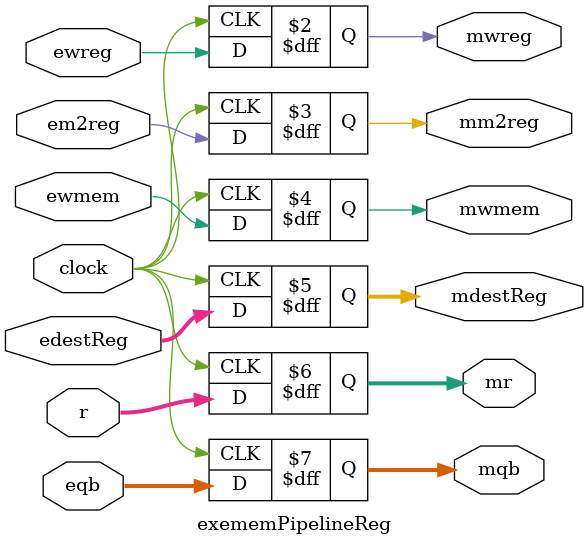
<source format=v>
`timescale 1ns / 1ps


module exememPipelineReg(
    input ewreg,
    input em2reg,
    input ewmem,
    input [4:0] edestReg,
    input [31:0] r,
    input [31:0] eqb,
    input clock,
    output reg mwreg,
    output reg mm2reg,
    output reg mwmem,
    output reg [4:0] mdestReg,
    output reg [31:0] mr,
    output reg [31:0] mqb
    );
    
    always @(posedge clock) begin
        mwreg = ewreg;
        mm2reg = em2reg;
        mwmem = ewmem;
        mdestReg = edestReg;
        mr = r;
        mqb = eqb;
    end
endmodule

</source>
